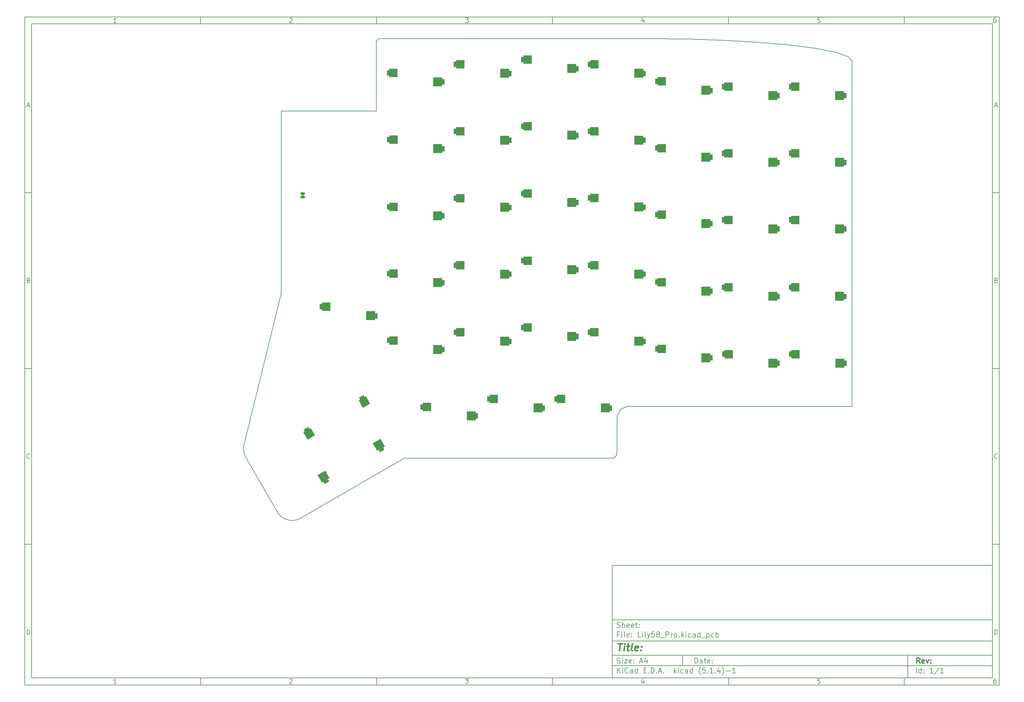
<source format=gtp>
G04 #@! TF.GenerationSoftware,KiCad,Pcbnew,(5.1.4)-1*
G04 #@! TF.CreationDate,2020-11-12T20:18:54+01:00*
G04 #@! TF.ProjectId,Lily58_Pro,4c696c79-3538-45f5-9072-6f2e6b696361,rev?*
G04 #@! TF.SameCoordinates,Original*
G04 #@! TF.FileFunction,Paste,Top*
G04 #@! TF.FilePolarity,Positive*
%FSLAX46Y46*%
G04 Gerber Fmt 4.6, Leading zero omitted, Abs format (unit mm)*
G04 Created by KiCad (PCBNEW (5.1.4)-1) date 2020-11-12 20:18:54*
%MOMM*%
%LPD*%
G04 APERTURE LIST*
%ADD10C,0.100000*%
%ADD11C,0.150000*%
%ADD12C,0.300000*%
%ADD13C,0.400000*%
%ADD14C,0.200000*%
%ADD15C,2.500000*%
%ADD16C,2.400000*%
%ADD17C,0.700000*%
%ADD18R,2.500000X2.500000*%
%ADD19R,2.400000X2.400000*%
%ADD20R,0.700000X1.500000*%
%ADD21R,0.381000X0.381000*%
%ADD22R,1.143000X0.635000*%
G04 APERTURE END LIST*
D10*
D11*
X177002200Y-166007200D02*
X177002200Y-198007200D01*
X285002200Y-198007200D01*
X285002200Y-166007200D01*
X177002200Y-166007200D01*
D10*
D11*
X10000000Y-10000000D02*
X10000000Y-200007200D01*
X287002200Y-200007200D01*
X287002200Y-10000000D01*
X10000000Y-10000000D01*
D10*
D11*
X12000000Y-12000000D02*
X12000000Y-198007200D01*
X285002200Y-198007200D01*
X285002200Y-12000000D01*
X12000000Y-12000000D01*
D10*
D11*
X60000000Y-12000000D02*
X60000000Y-10000000D01*
D10*
D11*
X110000000Y-12000000D02*
X110000000Y-10000000D01*
D10*
D11*
X160000000Y-12000000D02*
X160000000Y-10000000D01*
D10*
D11*
X210000000Y-12000000D02*
X210000000Y-10000000D01*
D10*
D11*
X260000000Y-12000000D02*
X260000000Y-10000000D01*
D10*
D11*
X36065476Y-11588095D02*
X35322619Y-11588095D01*
X35694047Y-11588095D02*
X35694047Y-10288095D01*
X35570238Y-10473809D01*
X35446428Y-10597619D01*
X35322619Y-10659523D01*
D10*
D11*
X85322619Y-10411904D02*
X85384523Y-10350000D01*
X85508333Y-10288095D01*
X85817857Y-10288095D01*
X85941666Y-10350000D01*
X86003571Y-10411904D01*
X86065476Y-10535714D01*
X86065476Y-10659523D01*
X86003571Y-10845238D01*
X85260714Y-11588095D01*
X86065476Y-11588095D01*
D10*
D11*
X135260714Y-10288095D02*
X136065476Y-10288095D01*
X135632142Y-10783333D01*
X135817857Y-10783333D01*
X135941666Y-10845238D01*
X136003571Y-10907142D01*
X136065476Y-11030952D01*
X136065476Y-11340476D01*
X136003571Y-11464285D01*
X135941666Y-11526190D01*
X135817857Y-11588095D01*
X135446428Y-11588095D01*
X135322619Y-11526190D01*
X135260714Y-11464285D01*
D10*
D11*
X185941666Y-10721428D02*
X185941666Y-11588095D01*
X185632142Y-10226190D02*
X185322619Y-11154761D01*
X186127380Y-11154761D01*
D10*
D11*
X236003571Y-10288095D02*
X235384523Y-10288095D01*
X235322619Y-10907142D01*
X235384523Y-10845238D01*
X235508333Y-10783333D01*
X235817857Y-10783333D01*
X235941666Y-10845238D01*
X236003571Y-10907142D01*
X236065476Y-11030952D01*
X236065476Y-11340476D01*
X236003571Y-11464285D01*
X235941666Y-11526190D01*
X235817857Y-11588095D01*
X235508333Y-11588095D01*
X235384523Y-11526190D01*
X235322619Y-11464285D01*
D10*
D11*
X285941666Y-10288095D02*
X285694047Y-10288095D01*
X285570238Y-10350000D01*
X285508333Y-10411904D01*
X285384523Y-10597619D01*
X285322619Y-10845238D01*
X285322619Y-11340476D01*
X285384523Y-11464285D01*
X285446428Y-11526190D01*
X285570238Y-11588095D01*
X285817857Y-11588095D01*
X285941666Y-11526190D01*
X286003571Y-11464285D01*
X286065476Y-11340476D01*
X286065476Y-11030952D01*
X286003571Y-10907142D01*
X285941666Y-10845238D01*
X285817857Y-10783333D01*
X285570238Y-10783333D01*
X285446428Y-10845238D01*
X285384523Y-10907142D01*
X285322619Y-11030952D01*
D10*
D11*
X60000000Y-198007200D02*
X60000000Y-200007200D01*
D10*
D11*
X110000000Y-198007200D02*
X110000000Y-200007200D01*
D10*
D11*
X160000000Y-198007200D02*
X160000000Y-200007200D01*
D10*
D11*
X210000000Y-198007200D02*
X210000000Y-200007200D01*
D10*
D11*
X260000000Y-198007200D02*
X260000000Y-200007200D01*
D10*
D11*
X36065476Y-199595295D02*
X35322619Y-199595295D01*
X35694047Y-199595295D02*
X35694047Y-198295295D01*
X35570238Y-198481009D01*
X35446428Y-198604819D01*
X35322619Y-198666723D01*
D10*
D11*
X85322619Y-198419104D02*
X85384523Y-198357200D01*
X85508333Y-198295295D01*
X85817857Y-198295295D01*
X85941666Y-198357200D01*
X86003571Y-198419104D01*
X86065476Y-198542914D01*
X86065476Y-198666723D01*
X86003571Y-198852438D01*
X85260714Y-199595295D01*
X86065476Y-199595295D01*
D10*
D11*
X135260714Y-198295295D02*
X136065476Y-198295295D01*
X135632142Y-198790533D01*
X135817857Y-198790533D01*
X135941666Y-198852438D01*
X136003571Y-198914342D01*
X136065476Y-199038152D01*
X136065476Y-199347676D01*
X136003571Y-199471485D01*
X135941666Y-199533390D01*
X135817857Y-199595295D01*
X135446428Y-199595295D01*
X135322619Y-199533390D01*
X135260714Y-199471485D01*
D10*
D11*
X185941666Y-198728628D02*
X185941666Y-199595295D01*
X185632142Y-198233390D02*
X185322619Y-199161961D01*
X186127380Y-199161961D01*
D10*
D11*
X236003571Y-198295295D02*
X235384523Y-198295295D01*
X235322619Y-198914342D01*
X235384523Y-198852438D01*
X235508333Y-198790533D01*
X235817857Y-198790533D01*
X235941666Y-198852438D01*
X236003571Y-198914342D01*
X236065476Y-199038152D01*
X236065476Y-199347676D01*
X236003571Y-199471485D01*
X235941666Y-199533390D01*
X235817857Y-199595295D01*
X235508333Y-199595295D01*
X235384523Y-199533390D01*
X235322619Y-199471485D01*
D10*
D11*
X285941666Y-198295295D02*
X285694047Y-198295295D01*
X285570238Y-198357200D01*
X285508333Y-198419104D01*
X285384523Y-198604819D01*
X285322619Y-198852438D01*
X285322619Y-199347676D01*
X285384523Y-199471485D01*
X285446428Y-199533390D01*
X285570238Y-199595295D01*
X285817857Y-199595295D01*
X285941666Y-199533390D01*
X286003571Y-199471485D01*
X286065476Y-199347676D01*
X286065476Y-199038152D01*
X286003571Y-198914342D01*
X285941666Y-198852438D01*
X285817857Y-198790533D01*
X285570238Y-198790533D01*
X285446428Y-198852438D01*
X285384523Y-198914342D01*
X285322619Y-199038152D01*
D10*
D11*
X10000000Y-60000000D02*
X12000000Y-60000000D01*
D10*
D11*
X10000000Y-110000000D02*
X12000000Y-110000000D01*
D10*
D11*
X10000000Y-160000000D02*
X12000000Y-160000000D01*
D10*
D11*
X10690476Y-35216666D02*
X11309523Y-35216666D01*
X10566666Y-35588095D02*
X11000000Y-34288095D01*
X11433333Y-35588095D01*
D10*
D11*
X11092857Y-84907142D02*
X11278571Y-84969047D01*
X11340476Y-85030952D01*
X11402380Y-85154761D01*
X11402380Y-85340476D01*
X11340476Y-85464285D01*
X11278571Y-85526190D01*
X11154761Y-85588095D01*
X10659523Y-85588095D01*
X10659523Y-84288095D01*
X11092857Y-84288095D01*
X11216666Y-84350000D01*
X11278571Y-84411904D01*
X11340476Y-84535714D01*
X11340476Y-84659523D01*
X11278571Y-84783333D01*
X11216666Y-84845238D01*
X11092857Y-84907142D01*
X10659523Y-84907142D01*
D10*
D11*
X11402380Y-135464285D02*
X11340476Y-135526190D01*
X11154761Y-135588095D01*
X11030952Y-135588095D01*
X10845238Y-135526190D01*
X10721428Y-135402380D01*
X10659523Y-135278571D01*
X10597619Y-135030952D01*
X10597619Y-134845238D01*
X10659523Y-134597619D01*
X10721428Y-134473809D01*
X10845238Y-134350000D01*
X11030952Y-134288095D01*
X11154761Y-134288095D01*
X11340476Y-134350000D01*
X11402380Y-134411904D01*
D10*
D11*
X10659523Y-185588095D02*
X10659523Y-184288095D01*
X10969047Y-184288095D01*
X11154761Y-184350000D01*
X11278571Y-184473809D01*
X11340476Y-184597619D01*
X11402380Y-184845238D01*
X11402380Y-185030952D01*
X11340476Y-185278571D01*
X11278571Y-185402380D01*
X11154761Y-185526190D01*
X10969047Y-185588095D01*
X10659523Y-185588095D01*
D10*
D11*
X287002200Y-60000000D02*
X285002200Y-60000000D01*
D10*
D11*
X287002200Y-110000000D02*
X285002200Y-110000000D01*
D10*
D11*
X287002200Y-160000000D02*
X285002200Y-160000000D01*
D10*
D11*
X285692676Y-35216666D02*
X286311723Y-35216666D01*
X285568866Y-35588095D02*
X286002200Y-34288095D01*
X286435533Y-35588095D01*
D10*
D11*
X286095057Y-84907142D02*
X286280771Y-84969047D01*
X286342676Y-85030952D01*
X286404580Y-85154761D01*
X286404580Y-85340476D01*
X286342676Y-85464285D01*
X286280771Y-85526190D01*
X286156961Y-85588095D01*
X285661723Y-85588095D01*
X285661723Y-84288095D01*
X286095057Y-84288095D01*
X286218866Y-84350000D01*
X286280771Y-84411904D01*
X286342676Y-84535714D01*
X286342676Y-84659523D01*
X286280771Y-84783333D01*
X286218866Y-84845238D01*
X286095057Y-84907142D01*
X285661723Y-84907142D01*
D10*
D11*
X286404580Y-135464285D02*
X286342676Y-135526190D01*
X286156961Y-135588095D01*
X286033152Y-135588095D01*
X285847438Y-135526190D01*
X285723628Y-135402380D01*
X285661723Y-135278571D01*
X285599819Y-135030952D01*
X285599819Y-134845238D01*
X285661723Y-134597619D01*
X285723628Y-134473809D01*
X285847438Y-134350000D01*
X286033152Y-134288095D01*
X286156961Y-134288095D01*
X286342676Y-134350000D01*
X286404580Y-134411904D01*
D10*
D11*
X285661723Y-185588095D02*
X285661723Y-184288095D01*
X285971247Y-184288095D01*
X286156961Y-184350000D01*
X286280771Y-184473809D01*
X286342676Y-184597619D01*
X286404580Y-184845238D01*
X286404580Y-185030952D01*
X286342676Y-185278571D01*
X286280771Y-185402380D01*
X286156961Y-185526190D01*
X285971247Y-185588095D01*
X285661723Y-185588095D01*
D10*
D11*
X200434342Y-193785771D02*
X200434342Y-192285771D01*
X200791485Y-192285771D01*
X201005771Y-192357200D01*
X201148628Y-192500057D01*
X201220057Y-192642914D01*
X201291485Y-192928628D01*
X201291485Y-193142914D01*
X201220057Y-193428628D01*
X201148628Y-193571485D01*
X201005771Y-193714342D01*
X200791485Y-193785771D01*
X200434342Y-193785771D01*
X202577200Y-193785771D02*
X202577200Y-193000057D01*
X202505771Y-192857200D01*
X202362914Y-192785771D01*
X202077200Y-192785771D01*
X201934342Y-192857200D01*
X202577200Y-193714342D02*
X202434342Y-193785771D01*
X202077200Y-193785771D01*
X201934342Y-193714342D01*
X201862914Y-193571485D01*
X201862914Y-193428628D01*
X201934342Y-193285771D01*
X202077200Y-193214342D01*
X202434342Y-193214342D01*
X202577200Y-193142914D01*
X203077200Y-192785771D02*
X203648628Y-192785771D01*
X203291485Y-192285771D02*
X203291485Y-193571485D01*
X203362914Y-193714342D01*
X203505771Y-193785771D01*
X203648628Y-193785771D01*
X204720057Y-193714342D02*
X204577200Y-193785771D01*
X204291485Y-193785771D01*
X204148628Y-193714342D01*
X204077200Y-193571485D01*
X204077200Y-193000057D01*
X204148628Y-192857200D01*
X204291485Y-192785771D01*
X204577200Y-192785771D01*
X204720057Y-192857200D01*
X204791485Y-193000057D01*
X204791485Y-193142914D01*
X204077200Y-193285771D01*
X205434342Y-193642914D02*
X205505771Y-193714342D01*
X205434342Y-193785771D01*
X205362914Y-193714342D01*
X205434342Y-193642914D01*
X205434342Y-193785771D01*
X205434342Y-192857200D02*
X205505771Y-192928628D01*
X205434342Y-193000057D01*
X205362914Y-192928628D01*
X205434342Y-192857200D01*
X205434342Y-193000057D01*
D10*
D11*
X177002200Y-194507200D02*
X285002200Y-194507200D01*
D10*
D11*
X178434342Y-196585771D02*
X178434342Y-195085771D01*
X179291485Y-196585771D02*
X178648628Y-195728628D01*
X179291485Y-195085771D02*
X178434342Y-195942914D01*
X179934342Y-196585771D02*
X179934342Y-195585771D01*
X179934342Y-195085771D02*
X179862914Y-195157200D01*
X179934342Y-195228628D01*
X180005771Y-195157200D01*
X179934342Y-195085771D01*
X179934342Y-195228628D01*
X181505771Y-196442914D02*
X181434342Y-196514342D01*
X181220057Y-196585771D01*
X181077200Y-196585771D01*
X180862914Y-196514342D01*
X180720057Y-196371485D01*
X180648628Y-196228628D01*
X180577200Y-195942914D01*
X180577200Y-195728628D01*
X180648628Y-195442914D01*
X180720057Y-195300057D01*
X180862914Y-195157200D01*
X181077200Y-195085771D01*
X181220057Y-195085771D01*
X181434342Y-195157200D01*
X181505771Y-195228628D01*
X182791485Y-196585771D02*
X182791485Y-195800057D01*
X182720057Y-195657200D01*
X182577200Y-195585771D01*
X182291485Y-195585771D01*
X182148628Y-195657200D01*
X182791485Y-196514342D02*
X182648628Y-196585771D01*
X182291485Y-196585771D01*
X182148628Y-196514342D01*
X182077200Y-196371485D01*
X182077200Y-196228628D01*
X182148628Y-196085771D01*
X182291485Y-196014342D01*
X182648628Y-196014342D01*
X182791485Y-195942914D01*
X184148628Y-196585771D02*
X184148628Y-195085771D01*
X184148628Y-196514342D02*
X184005771Y-196585771D01*
X183720057Y-196585771D01*
X183577200Y-196514342D01*
X183505771Y-196442914D01*
X183434342Y-196300057D01*
X183434342Y-195871485D01*
X183505771Y-195728628D01*
X183577200Y-195657200D01*
X183720057Y-195585771D01*
X184005771Y-195585771D01*
X184148628Y-195657200D01*
X186005771Y-195800057D02*
X186505771Y-195800057D01*
X186720057Y-196585771D02*
X186005771Y-196585771D01*
X186005771Y-195085771D01*
X186720057Y-195085771D01*
X187362914Y-196442914D02*
X187434342Y-196514342D01*
X187362914Y-196585771D01*
X187291485Y-196514342D01*
X187362914Y-196442914D01*
X187362914Y-196585771D01*
X188077200Y-196585771D02*
X188077200Y-195085771D01*
X188434342Y-195085771D01*
X188648628Y-195157200D01*
X188791485Y-195300057D01*
X188862914Y-195442914D01*
X188934342Y-195728628D01*
X188934342Y-195942914D01*
X188862914Y-196228628D01*
X188791485Y-196371485D01*
X188648628Y-196514342D01*
X188434342Y-196585771D01*
X188077200Y-196585771D01*
X189577200Y-196442914D02*
X189648628Y-196514342D01*
X189577200Y-196585771D01*
X189505771Y-196514342D01*
X189577200Y-196442914D01*
X189577200Y-196585771D01*
X190220057Y-196157200D02*
X190934342Y-196157200D01*
X190077200Y-196585771D02*
X190577200Y-195085771D01*
X191077200Y-196585771D01*
X191577200Y-196442914D02*
X191648628Y-196514342D01*
X191577200Y-196585771D01*
X191505771Y-196514342D01*
X191577200Y-196442914D01*
X191577200Y-196585771D01*
X194577200Y-196585771D02*
X194577200Y-195085771D01*
X194720057Y-196014342D02*
X195148628Y-196585771D01*
X195148628Y-195585771D02*
X194577200Y-196157200D01*
X195791485Y-196585771D02*
X195791485Y-195585771D01*
X195791485Y-195085771D02*
X195720057Y-195157200D01*
X195791485Y-195228628D01*
X195862914Y-195157200D01*
X195791485Y-195085771D01*
X195791485Y-195228628D01*
X197148628Y-196514342D02*
X197005771Y-196585771D01*
X196720057Y-196585771D01*
X196577200Y-196514342D01*
X196505771Y-196442914D01*
X196434342Y-196300057D01*
X196434342Y-195871485D01*
X196505771Y-195728628D01*
X196577200Y-195657200D01*
X196720057Y-195585771D01*
X197005771Y-195585771D01*
X197148628Y-195657200D01*
X198434342Y-196585771D02*
X198434342Y-195800057D01*
X198362914Y-195657200D01*
X198220057Y-195585771D01*
X197934342Y-195585771D01*
X197791485Y-195657200D01*
X198434342Y-196514342D02*
X198291485Y-196585771D01*
X197934342Y-196585771D01*
X197791485Y-196514342D01*
X197720057Y-196371485D01*
X197720057Y-196228628D01*
X197791485Y-196085771D01*
X197934342Y-196014342D01*
X198291485Y-196014342D01*
X198434342Y-195942914D01*
X199791485Y-196585771D02*
X199791485Y-195085771D01*
X199791485Y-196514342D02*
X199648628Y-196585771D01*
X199362914Y-196585771D01*
X199220057Y-196514342D01*
X199148628Y-196442914D01*
X199077200Y-196300057D01*
X199077200Y-195871485D01*
X199148628Y-195728628D01*
X199220057Y-195657200D01*
X199362914Y-195585771D01*
X199648628Y-195585771D01*
X199791485Y-195657200D01*
X202077200Y-197157200D02*
X202005771Y-197085771D01*
X201862914Y-196871485D01*
X201791485Y-196728628D01*
X201720057Y-196514342D01*
X201648628Y-196157200D01*
X201648628Y-195871485D01*
X201720057Y-195514342D01*
X201791485Y-195300057D01*
X201862914Y-195157200D01*
X202005771Y-194942914D01*
X202077200Y-194871485D01*
X203362914Y-195085771D02*
X202648628Y-195085771D01*
X202577200Y-195800057D01*
X202648628Y-195728628D01*
X202791485Y-195657200D01*
X203148628Y-195657200D01*
X203291485Y-195728628D01*
X203362914Y-195800057D01*
X203434342Y-195942914D01*
X203434342Y-196300057D01*
X203362914Y-196442914D01*
X203291485Y-196514342D01*
X203148628Y-196585771D01*
X202791485Y-196585771D01*
X202648628Y-196514342D01*
X202577200Y-196442914D01*
X204077200Y-196442914D02*
X204148628Y-196514342D01*
X204077200Y-196585771D01*
X204005771Y-196514342D01*
X204077200Y-196442914D01*
X204077200Y-196585771D01*
X205577200Y-196585771D02*
X204720057Y-196585771D01*
X205148628Y-196585771D02*
X205148628Y-195085771D01*
X205005771Y-195300057D01*
X204862914Y-195442914D01*
X204720057Y-195514342D01*
X206220057Y-196442914D02*
X206291485Y-196514342D01*
X206220057Y-196585771D01*
X206148628Y-196514342D01*
X206220057Y-196442914D01*
X206220057Y-196585771D01*
X207577200Y-195585771D02*
X207577200Y-196585771D01*
X207220057Y-195014342D02*
X206862914Y-196085771D01*
X207791485Y-196085771D01*
X208220057Y-197157200D02*
X208291485Y-197085771D01*
X208434342Y-196871485D01*
X208505771Y-196728628D01*
X208577200Y-196514342D01*
X208648628Y-196157200D01*
X208648628Y-195871485D01*
X208577200Y-195514342D01*
X208505771Y-195300057D01*
X208434342Y-195157200D01*
X208291485Y-194942914D01*
X208220057Y-194871485D01*
X209362914Y-196014342D02*
X210505771Y-196014342D01*
X212005771Y-196585771D02*
X211148628Y-196585771D01*
X211577200Y-196585771D02*
X211577200Y-195085771D01*
X211434342Y-195300057D01*
X211291485Y-195442914D01*
X211148628Y-195514342D01*
D10*
D11*
X177002200Y-191507200D02*
X285002200Y-191507200D01*
D10*
D12*
X264411485Y-193785771D02*
X263911485Y-193071485D01*
X263554342Y-193785771D02*
X263554342Y-192285771D01*
X264125771Y-192285771D01*
X264268628Y-192357200D01*
X264340057Y-192428628D01*
X264411485Y-192571485D01*
X264411485Y-192785771D01*
X264340057Y-192928628D01*
X264268628Y-193000057D01*
X264125771Y-193071485D01*
X263554342Y-193071485D01*
X265625771Y-193714342D02*
X265482914Y-193785771D01*
X265197200Y-193785771D01*
X265054342Y-193714342D01*
X264982914Y-193571485D01*
X264982914Y-193000057D01*
X265054342Y-192857200D01*
X265197200Y-192785771D01*
X265482914Y-192785771D01*
X265625771Y-192857200D01*
X265697200Y-193000057D01*
X265697200Y-193142914D01*
X264982914Y-193285771D01*
X266197200Y-192785771D02*
X266554342Y-193785771D01*
X266911485Y-192785771D01*
X267482914Y-193642914D02*
X267554342Y-193714342D01*
X267482914Y-193785771D01*
X267411485Y-193714342D01*
X267482914Y-193642914D01*
X267482914Y-193785771D01*
X267482914Y-192857200D02*
X267554342Y-192928628D01*
X267482914Y-193000057D01*
X267411485Y-192928628D01*
X267482914Y-192857200D01*
X267482914Y-193000057D01*
D10*
D11*
X178362914Y-193714342D02*
X178577200Y-193785771D01*
X178934342Y-193785771D01*
X179077200Y-193714342D01*
X179148628Y-193642914D01*
X179220057Y-193500057D01*
X179220057Y-193357200D01*
X179148628Y-193214342D01*
X179077200Y-193142914D01*
X178934342Y-193071485D01*
X178648628Y-193000057D01*
X178505771Y-192928628D01*
X178434342Y-192857200D01*
X178362914Y-192714342D01*
X178362914Y-192571485D01*
X178434342Y-192428628D01*
X178505771Y-192357200D01*
X178648628Y-192285771D01*
X179005771Y-192285771D01*
X179220057Y-192357200D01*
X179862914Y-193785771D02*
X179862914Y-192785771D01*
X179862914Y-192285771D02*
X179791485Y-192357200D01*
X179862914Y-192428628D01*
X179934342Y-192357200D01*
X179862914Y-192285771D01*
X179862914Y-192428628D01*
X180434342Y-192785771D02*
X181220057Y-192785771D01*
X180434342Y-193785771D01*
X181220057Y-193785771D01*
X182362914Y-193714342D02*
X182220057Y-193785771D01*
X181934342Y-193785771D01*
X181791485Y-193714342D01*
X181720057Y-193571485D01*
X181720057Y-193000057D01*
X181791485Y-192857200D01*
X181934342Y-192785771D01*
X182220057Y-192785771D01*
X182362914Y-192857200D01*
X182434342Y-193000057D01*
X182434342Y-193142914D01*
X181720057Y-193285771D01*
X183077200Y-193642914D02*
X183148628Y-193714342D01*
X183077200Y-193785771D01*
X183005771Y-193714342D01*
X183077200Y-193642914D01*
X183077200Y-193785771D01*
X183077200Y-192857200D02*
X183148628Y-192928628D01*
X183077200Y-193000057D01*
X183005771Y-192928628D01*
X183077200Y-192857200D01*
X183077200Y-193000057D01*
X184862914Y-193357200D02*
X185577200Y-193357200D01*
X184720057Y-193785771D02*
X185220057Y-192285771D01*
X185720057Y-193785771D01*
X186862914Y-192785771D02*
X186862914Y-193785771D01*
X186505771Y-192214342D02*
X186148628Y-193285771D01*
X187077200Y-193285771D01*
D10*
D11*
X263434342Y-196585771D02*
X263434342Y-195085771D01*
X264791485Y-196585771D02*
X264791485Y-195085771D01*
X264791485Y-196514342D02*
X264648628Y-196585771D01*
X264362914Y-196585771D01*
X264220057Y-196514342D01*
X264148628Y-196442914D01*
X264077200Y-196300057D01*
X264077200Y-195871485D01*
X264148628Y-195728628D01*
X264220057Y-195657200D01*
X264362914Y-195585771D01*
X264648628Y-195585771D01*
X264791485Y-195657200D01*
X265505771Y-196442914D02*
X265577200Y-196514342D01*
X265505771Y-196585771D01*
X265434342Y-196514342D01*
X265505771Y-196442914D01*
X265505771Y-196585771D01*
X265505771Y-195657200D02*
X265577200Y-195728628D01*
X265505771Y-195800057D01*
X265434342Y-195728628D01*
X265505771Y-195657200D01*
X265505771Y-195800057D01*
X268148628Y-196585771D02*
X267291485Y-196585771D01*
X267720057Y-196585771D02*
X267720057Y-195085771D01*
X267577200Y-195300057D01*
X267434342Y-195442914D01*
X267291485Y-195514342D01*
X269862914Y-195014342D02*
X268577200Y-196942914D01*
X271148628Y-196585771D02*
X270291485Y-196585771D01*
X270720057Y-196585771D02*
X270720057Y-195085771D01*
X270577200Y-195300057D01*
X270434342Y-195442914D01*
X270291485Y-195514342D01*
D10*
D11*
X177002200Y-187507200D02*
X285002200Y-187507200D01*
D10*
D13*
X178714580Y-188211961D02*
X179857438Y-188211961D01*
X179036009Y-190211961D02*
X179286009Y-188211961D01*
X180274104Y-190211961D02*
X180440771Y-188878628D01*
X180524104Y-188211961D02*
X180416961Y-188307200D01*
X180500295Y-188402438D01*
X180607438Y-188307200D01*
X180524104Y-188211961D01*
X180500295Y-188402438D01*
X181107438Y-188878628D02*
X181869342Y-188878628D01*
X181476485Y-188211961D02*
X181262200Y-189926247D01*
X181333628Y-190116723D01*
X181512200Y-190211961D01*
X181702676Y-190211961D01*
X182655057Y-190211961D02*
X182476485Y-190116723D01*
X182405057Y-189926247D01*
X182619342Y-188211961D01*
X184190771Y-190116723D02*
X183988390Y-190211961D01*
X183607438Y-190211961D01*
X183428866Y-190116723D01*
X183357438Y-189926247D01*
X183452676Y-189164342D01*
X183571723Y-188973866D01*
X183774104Y-188878628D01*
X184155057Y-188878628D01*
X184333628Y-188973866D01*
X184405057Y-189164342D01*
X184381247Y-189354819D01*
X183405057Y-189545295D01*
X185155057Y-190021485D02*
X185238390Y-190116723D01*
X185131247Y-190211961D01*
X185047914Y-190116723D01*
X185155057Y-190021485D01*
X185131247Y-190211961D01*
X185286009Y-188973866D02*
X185369342Y-189069104D01*
X185262200Y-189164342D01*
X185178866Y-189069104D01*
X185286009Y-188973866D01*
X185262200Y-189164342D01*
D10*
D11*
X178934342Y-185600057D02*
X178434342Y-185600057D01*
X178434342Y-186385771D02*
X178434342Y-184885771D01*
X179148628Y-184885771D01*
X179720057Y-186385771D02*
X179720057Y-185385771D01*
X179720057Y-184885771D02*
X179648628Y-184957200D01*
X179720057Y-185028628D01*
X179791485Y-184957200D01*
X179720057Y-184885771D01*
X179720057Y-185028628D01*
X180648628Y-186385771D02*
X180505771Y-186314342D01*
X180434342Y-186171485D01*
X180434342Y-184885771D01*
X181791485Y-186314342D02*
X181648628Y-186385771D01*
X181362914Y-186385771D01*
X181220057Y-186314342D01*
X181148628Y-186171485D01*
X181148628Y-185600057D01*
X181220057Y-185457200D01*
X181362914Y-185385771D01*
X181648628Y-185385771D01*
X181791485Y-185457200D01*
X181862914Y-185600057D01*
X181862914Y-185742914D01*
X181148628Y-185885771D01*
X182505771Y-186242914D02*
X182577200Y-186314342D01*
X182505771Y-186385771D01*
X182434342Y-186314342D01*
X182505771Y-186242914D01*
X182505771Y-186385771D01*
X182505771Y-185457200D02*
X182577200Y-185528628D01*
X182505771Y-185600057D01*
X182434342Y-185528628D01*
X182505771Y-185457200D01*
X182505771Y-185600057D01*
X185077200Y-186385771D02*
X184362914Y-186385771D01*
X184362914Y-184885771D01*
X185577200Y-186385771D02*
X185577200Y-185385771D01*
X185577200Y-184885771D02*
X185505771Y-184957200D01*
X185577200Y-185028628D01*
X185648628Y-184957200D01*
X185577200Y-184885771D01*
X185577200Y-185028628D01*
X186505771Y-186385771D02*
X186362914Y-186314342D01*
X186291485Y-186171485D01*
X186291485Y-184885771D01*
X186934342Y-185385771D02*
X187291485Y-186385771D01*
X187648628Y-185385771D02*
X187291485Y-186385771D01*
X187148628Y-186742914D01*
X187077200Y-186814342D01*
X186934342Y-186885771D01*
X188934342Y-184885771D02*
X188220057Y-184885771D01*
X188148628Y-185600057D01*
X188220057Y-185528628D01*
X188362914Y-185457200D01*
X188720057Y-185457200D01*
X188862914Y-185528628D01*
X188934342Y-185600057D01*
X189005771Y-185742914D01*
X189005771Y-186100057D01*
X188934342Y-186242914D01*
X188862914Y-186314342D01*
X188720057Y-186385771D01*
X188362914Y-186385771D01*
X188220057Y-186314342D01*
X188148628Y-186242914D01*
X189862914Y-185528628D02*
X189720057Y-185457200D01*
X189648628Y-185385771D01*
X189577200Y-185242914D01*
X189577200Y-185171485D01*
X189648628Y-185028628D01*
X189720057Y-184957200D01*
X189862914Y-184885771D01*
X190148628Y-184885771D01*
X190291485Y-184957200D01*
X190362914Y-185028628D01*
X190434342Y-185171485D01*
X190434342Y-185242914D01*
X190362914Y-185385771D01*
X190291485Y-185457200D01*
X190148628Y-185528628D01*
X189862914Y-185528628D01*
X189720057Y-185600057D01*
X189648628Y-185671485D01*
X189577200Y-185814342D01*
X189577200Y-186100057D01*
X189648628Y-186242914D01*
X189720057Y-186314342D01*
X189862914Y-186385771D01*
X190148628Y-186385771D01*
X190291485Y-186314342D01*
X190362914Y-186242914D01*
X190434342Y-186100057D01*
X190434342Y-185814342D01*
X190362914Y-185671485D01*
X190291485Y-185600057D01*
X190148628Y-185528628D01*
X190720057Y-186528628D02*
X191862914Y-186528628D01*
X192220057Y-186385771D02*
X192220057Y-184885771D01*
X192791485Y-184885771D01*
X192934342Y-184957200D01*
X193005771Y-185028628D01*
X193077200Y-185171485D01*
X193077200Y-185385771D01*
X193005771Y-185528628D01*
X192934342Y-185600057D01*
X192791485Y-185671485D01*
X192220057Y-185671485D01*
X193720057Y-186385771D02*
X193720057Y-185385771D01*
X193720057Y-185671485D02*
X193791485Y-185528628D01*
X193862914Y-185457200D01*
X194005771Y-185385771D01*
X194148628Y-185385771D01*
X194862914Y-186385771D02*
X194720057Y-186314342D01*
X194648628Y-186242914D01*
X194577200Y-186100057D01*
X194577200Y-185671485D01*
X194648628Y-185528628D01*
X194720057Y-185457200D01*
X194862914Y-185385771D01*
X195077200Y-185385771D01*
X195220057Y-185457200D01*
X195291485Y-185528628D01*
X195362914Y-185671485D01*
X195362914Y-186100057D01*
X195291485Y-186242914D01*
X195220057Y-186314342D01*
X195077200Y-186385771D01*
X194862914Y-186385771D01*
X196005771Y-186242914D02*
X196077200Y-186314342D01*
X196005771Y-186385771D01*
X195934342Y-186314342D01*
X196005771Y-186242914D01*
X196005771Y-186385771D01*
X196720057Y-186385771D02*
X196720057Y-184885771D01*
X196862914Y-185814342D02*
X197291485Y-186385771D01*
X197291485Y-185385771D02*
X196720057Y-185957200D01*
X197934342Y-186385771D02*
X197934342Y-185385771D01*
X197934342Y-184885771D02*
X197862914Y-184957200D01*
X197934342Y-185028628D01*
X198005771Y-184957200D01*
X197934342Y-184885771D01*
X197934342Y-185028628D01*
X199291485Y-186314342D02*
X199148628Y-186385771D01*
X198862914Y-186385771D01*
X198720057Y-186314342D01*
X198648628Y-186242914D01*
X198577200Y-186100057D01*
X198577200Y-185671485D01*
X198648628Y-185528628D01*
X198720057Y-185457200D01*
X198862914Y-185385771D01*
X199148628Y-185385771D01*
X199291485Y-185457200D01*
X200577200Y-186385771D02*
X200577200Y-185600057D01*
X200505771Y-185457200D01*
X200362914Y-185385771D01*
X200077200Y-185385771D01*
X199934342Y-185457200D01*
X200577200Y-186314342D02*
X200434342Y-186385771D01*
X200077200Y-186385771D01*
X199934342Y-186314342D01*
X199862914Y-186171485D01*
X199862914Y-186028628D01*
X199934342Y-185885771D01*
X200077200Y-185814342D01*
X200434342Y-185814342D01*
X200577200Y-185742914D01*
X201934342Y-186385771D02*
X201934342Y-184885771D01*
X201934342Y-186314342D02*
X201791485Y-186385771D01*
X201505771Y-186385771D01*
X201362914Y-186314342D01*
X201291485Y-186242914D01*
X201220057Y-186100057D01*
X201220057Y-185671485D01*
X201291485Y-185528628D01*
X201362914Y-185457200D01*
X201505771Y-185385771D01*
X201791485Y-185385771D01*
X201934342Y-185457200D01*
X202291485Y-186528628D02*
X203434342Y-186528628D01*
X203791485Y-185385771D02*
X203791485Y-186885771D01*
X203791485Y-185457200D02*
X203934342Y-185385771D01*
X204220057Y-185385771D01*
X204362914Y-185457200D01*
X204434342Y-185528628D01*
X204505771Y-185671485D01*
X204505771Y-186100057D01*
X204434342Y-186242914D01*
X204362914Y-186314342D01*
X204220057Y-186385771D01*
X203934342Y-186385771D01*
X203791485Y-186314342D01*
X205791485Y-186314342D02*
X205648628Y-186385771D01*
X205362914Y-186385771D01*
X205220057Y-186314342D01*
X205148628Y-186242914D01*
X205077200Y-186100057D01*
X205077200Y-185671485D01*
X205148628Y-185528628D01*
X205220057Y-185457200D01*
X205362914Y-185385771D01*
X205648628Y-185385771D01*
X205791485Y-185457200D01*
X206434342Y-186385771D02*
X206434342Y-184885771D01*
X206434342Y-185457200D02*
X206577200Y-185385771D01*
X206862914Y-185385771D01*
X207005771Y-185457200D01*
X207077200Y-185528628D01*
X207148628Y-185671485D01*
X207148628Y-186100057D01*
X207077200Y-186242914D01*
X207005771Y-186314342D01*
X206862914Y-186385771D01*
X206577200Y-186385771D01*
X206434342Y-186314342D01*
D10*
D11*
X177002200Y-181507200D02*
X285002200Y-181507200D01*
D10*
D11*
X178362914Y-183614342D02*
X178577200Y-183685771D01*
X178934342Y-183685771D01*
X179077200Y-183614342D01*
X179148628Y-183542914D01*
X179220057Y-183400057D01*
X179220057Y-183257200D01*
X179148628Y-183114342D01*
X179077200Y-183042914D01*
X178934342Y-182971485D01*
X178648628Y-182900057D01*
X178505771Y-182828628D01*
X178434342Y-182757200D01*
X178362914Y-182614342D01*
X178362914Y-182471485D01*
X178434342Y-182328628D01*
X178505771Y-182257200D01*
X178648628Y-182185771D01*
X179005771Y-182185771D01*
X179220057Y-182257200D01*
X179862914Y-183685771D02*
X179862914Y-182185771D01*
X180505771Y-183685771D02*
X180505771Y-182900057D01*
X180434342Y-182757200D01*
X180291485Y-182685771D01*
X180077200Y-182685771D01*
X179934342Y-182757200D01*
X179862914Y-182828628D01*
X181791485Y-183614342D02*
X181648628Y-183685771D01*
X181362914Y-183685771D01*
X181220057Y-183614342D01*
X181148628Y-183471485D01*
X181148628Y-182900057D01*
X181220057Y-182757200D01*
X181362914Y-182685771D01*
X181648628Y-182685771D01*
X181791485Y-182757200D01*
X181862914Y-182900057D01*
X181862914Y-183042914D01*
X181148628Y-183185771D01*
X183077200Y-183614342D02*
X182934342Y-183685771D01*
X182648628Y-183685771D01*
X182505771Y-183614342D01*
X182434342Y-183471485D01*
X182434342Y-182900057D01*
X182505771Y-182757200D01*
X182648628Y-182685771D01*
X182934342Y-182685771D01*
X183077200Y-182757200D01*
X183148628Y-182900057D01*
X183148628Y-183042914D01*
X182434342Y-183185771D01*
X183577200Y-182685771D02*
X184148628Y-182685771D01*
X183791485Y-182185771D02*
X183791485Y-183471485D01*
X183862914Y-183614342D01*
X184005771Y-183685771D01*
X184148628Y-183685771D01*
X184648628Y-183542914D02*
X184720057Y-183614342D01*
X184648628Y-183685771D01*
X184577200Y-183614342D01*
X184648628Y-183542914D01*
X184648628Y-183685771D01*
X184648628Y-182757200D02*
X184720057Y-182828628D01*
X184648628Y-182900057D01*
X184577200Y-182828628D01*
X184648628Y-182757200D01*
X184648628Y-182900057D01*
D10*
D11*
X197002200Y-191507200D02*
X197002200Y-194507200D01*
D10*
D11*
X261002200Y-191507200D02*
X261002200Y-198007200D01*
X72674503Y-134960305D02*
G75*
G02X72175000Y-132325000I4376397J2194505D01*
G01*
X88345583Y-152620389D02*
G75*
G02X81699101Y-150634699I-2328483J4322489D01*
G01*
X72674503Y-134960305D02*
X81699101Y-150634699D01*
X104456758Y-143271756D02*
X88345583Y-152620389D01*
X245120000Y-120789735D02*
X245120000Y-22546755D01*
X223959999Y-120789735D02*
X245120000Y-120789735D01*
X109898210Y-36780000D02*
X109898210Y-17246762D01*
X82940000Y-36780000D02*
X109898210Y-36780000D01*
X82937528Y-38136762D02*
X82940000Y-36780000D01*
D14*
X240549319Y-20073847D02*
X235185697Y-18995159D01*
X235185697Y-18995159D02*
X228080758Y-18055561D01*
X116186619Y-136480784D02*
X117862313Y-135510645D01*
X114510925Y-137450923D02*
X116186619Y-136480784D01*
X82937528Y-50750629D02*
X82937528Y-44443695D01*
X82937528Y-57057562D02*
X82937528Y-50750629D01*
X142171711Y-16196762D02*
X131763877Y-16196762D01*
X218692418Y-120789735D02*
X223959999Y-120789735D01*
X213424836Y-120789735D02*
X218692418Y-120789735D01*
X208157255Y-120789735D02*
X213424836Y-120789735D01*
X202889673Y-120789735D02*
X208157255Y-120789735D01*
X197622092Y-120789735D02*
X202889673Y-120789735D01*
X192354511Y-120789735D02*
X197622092Y-120789735D01*
X187086929Y-120789735D02*
X192354511Y-120789735D01*
X181819348Y-120789735D02*
X187086929Y-120789735D01*
X181113524Y-120860778D02*
X181819348Y-120789735D01*
X180456326Y-121064561D02*
X181113524Y-120860778D01*
X179861773Y-121387065D02*
X180456326Y-121064561D01*
X179343884Y-121814271D02*
X179861773Y-121387065D01*
X178916678Y-122332160D02*
X179343884Y-121814271D01*
X178594174Y-122926713D02*
X178916678Y-122332160D01*
X178390391Y-123583911D02*
X178594174Y-122926713D01*
X178319348Y-124289735D02*
X178390391Y-123583911D01*
X219467654Y-17280488D02*
X209579538Y-16695374D01*
X228080758Y-18055561D02*
X219467654Y-17280488D01*
X198649563Y-16325654D02*
X186910881Y-16196762D01*
X209579538Y-16695374D02*
X198649563Y-16325654D01*
X177658308Y-135255660D02*
X177403500Y-135393876D01*
X177880261Y-135072571D02*
X177658308Y-135255660D01*
X178063349Y-134850619D02*
X177880261Y-135072571D01*
X178201565Y-134595810D02*
X178063349Y-134850619D01*
X178288901Y-134314154D02*
X178201565Y-134595810D01*
X178319348Y-134034052D02*
X178288901Y-134314154D01*
X82937528Y-69671429D02*
X82937528Y-63364495D01*
X82937528Y-75978362D02*
X82937528Y-69671429D01*
X82937528Y-82285296D02*
X82937528Y-75978362D01*
X82937528Y-88592229D02*
X82937528Y-82285296D01*
X131763877Y-16196762D02*
X121356044Y-16196762D01*
X152579545Y-16196762D02*
X142171711Y-16196762D01*
X162987379Y-16196762D02*
X152579545Y-16196762D01*
X173395213Y-16196762D02*
X162987379Y-16196762D01*
X186910881Y-16196762D02*
X173395213Y-16196762D01*
X110360937Y-16375961D02*
X110539303Y-16279210D01*
X110205570Y-16504123D02*
X110360937Y-16375961D01*
X110077409Y-16659489D02*
X110205570Y-16504123D01*
X109980657Y-16837855D02*
X110077409Y-16659489D01*
X109919523Y-17035015D02*
X109980657Y-16837855D01*
X109898210Y-17246762D02*
X109919523Y-17035015D01*
X110736462Y-16218075D02*
X110948210Y-16196762D01*
X110539303Y-16279210D02*
X110736462Y-16218075D01*
X121356044Y-16196762D02*
X110948210Y-16196762D01*
X82937528Y-63364495D02*
X82937528Y-57057562D01*
X82937528Y-44443695D02*
X82937528Y-38136762D01*
X82937777Y-88592317D02*
X72175000Y-132325000D01*
X112835230Y-138421062D02*
X114510925Y-137450923D01*
X111159536Y-139391201D02*
X112835230Y-138421062D01*
X109483841Y-140361340D02*
X111159536Y-139391201D01*
X107808147Y-141331479D02*
X109483841Y-140361340D01*
X106132452Y-142301617D02*
X107808147Y-141331479D01*
X104456758Y-143271756D02*
X106132452Y-142301617D01*
X169449826Y-135511658D02*
X176819348Y-135511658D01*
X162080304Y-135511658D02*
X169449826Y-135511658D01*
X154710782Y-135511658D02*
X162080304Y-135511658D01*
X147341260Y-135511658D02*
X154710782Y-135511658D01*
X139971738Y-135511658D02*
X147341260Y-135511658D01*
X132602217Y-135511658D02*
X139971738Y-135511658D01*
X125232695Y-135511658D02*
X132602217Y-135511658D01*
X117863173Y-135511658D02*
X125232695Y-135511658D01*
X178319348Y-132816013D02*
X178319348Y-134034052D01*
X178319348Y-131597973D02*
X178319348Y-132816013D01*
X178319348Y-130379933D02*
X178319348Y-131597973D01*
X178319348Y-129161894D02*
X178319348Y-130379933D01*
X178319348Y-127943854D02*
X178319348Y-129161894D01*
X178319348Y-126725814D02*
X178319348Y-127943854D01*
X178319348Y-125507775D02*
X178319348Y-126725814D01*
X178319348Y-124289735D02*
X178319348Y-125507775D01*
X177121844Y-135481211D02*
X176819348Y-135511658D01*
X177403500Y-135393876D02*
X177121844Y-135481211D01*
X243938471Y-21266190D02*
X240549319Y-20073847D01*
X245120000Y-22546755D02*
X243938471Y-21266190D01*
D15*
X94956105Y-140747975D03*
D10*
G36*
X96663637Y-141205507D02*
G01*
X94498573Y-142455507D01*
X93248573Y-140290443D01*
X95413637Y-139040443D01*
X96663637Y-141205507D01*
X96663637Y-141205507D01*
G37*
D16*
X90855809Y-128566055D03*
D10*
G36*
X92495039Y-129005285D02*
G01*
X90416579Y-130205285D01*
X89216579Y-128126825D01*
X91295039Y-126926825D01*
X92495039Y-129005285D01*
X92495039Y-129005285D01*
G37*
D17*
X95721464Y-142153616D03*
D10*
G36*
X94896945Y-142225507D02*
G01*
X96195983Y-141475507D01*
X96545983Y-142081725D01*
X95246945Y-142831725D01*
X94896945Y-142225507D01*
X94896945Y-142225507D01*
G37*
D17*
X90123130Y-127257017D03*
D10*
G36*
X89298611Y-127328908D02*
G01*
X90597649Y-126578908D01*
X90947649Y-127185126D01*
X89648611Y-127935126D01*
X89298611Y-127328908D01*
X89298611Y-127328908D01*
G37*
D18*
X241600000Y-32359999D03*
D19*
X229000000Y-29820000D03*
D20*
X243200000Y-32400000D03*
X227500000Y-29800000D03*
D18*
X241650000Y-108459999D03*
D19*
X229050000Y-105920000D03*
D20*
X243250000Y-108500000D03*
X227550000Y-105900000D03*
D18*
X241600000Y-89459999D03*
D19*
X229000000Y-86920000D03*
D20*
X243200000Y-89500000D03*
X227500000Y-86900000D03*
D18*
X241600000Y-70259999D03*
D19*
X229000000Y-67720000D03*
D20*
X243200000Y-70300000D03*
X227500000Y-67700000D03*
D18*
X241600000Y-51359999D03*
D19*
X229000000Y-48820000D03*
D20*
X243200000Y-51400000D03*
X227500000Y-48800000D03*
D18*
X222600000Y-51359999D03*
D19*
X210000000Y-48820000D03*
D20*
X224200000Y-51400000D03*
X208500000Y-48800000D03*
D18*
X222600000Y-32359999D03*
D19*
X210000000Y-29820000D03*
D20*
X224200000Y-32400000D03*
X208500000Y-29800000D03*
D18*
X203600000Y-30859999D03*
D19*
X191000000Y-28320000D03*
D20*
X205200000Y-30900000D03*
X189500000Y-28300000D03*
D18*
X184500000Y-26059999D03*
D19*
X171900000Y-23520000D03*
D20*
X186100000Y-26100000D03*
X170400000Y-23500000D03*
D18*
X165500000Y-24669999D03*
D19*
X152900000Y-22130000D03*
D20*
X167100000Y-24710000D03*
X151400000Y-22110000D03*
D18*
X146400000Y-26059999D03*
D19*
X133800000Y-23520000D03*
D20*
X148000000Y-26100000D03*
X132300000Y-23500000D03*
D18*
X127390000Y-28459999D03*
D19*
X114790000Y-25920000D03*
D20*
X128990000Y-28500000D03*
X113290000Y-25900000D03*
D18*
X203600000Y-68759999D03*
D19*
X191000000Y-66220000D03*
D20*
X205200000Y-68800000D03*
X189500000Y-66200000D03*
D18*
X155900000Y-121209999D03*
D19*
X143300000Y-118670000D03*
D20*
X157500000Y-121250000D03*
X141800000Y-118650000D03*
D18*
X203600000Y-87959999D03*
D19*
X191000000Y-85420000D03*
D20*
X205200000Y-88000000D03*
X189500000Y-85400000D03*
D18*
X203600000Y-49859999D03*
D19*
X191000000Y-47320000D03*
D20*
X205200000Y-49900000D03*
X189500000Y-47300000D03*
D18*
X184500000Y-45059999D03*
D19*
X171900000Y-42520000D03*
D20*
X186100000Y-45100000D03*
X170400000Y-42500000D03*
D18*
X146400000Y-45059999D03*
D19*
X133800000Y-42520000D03*
D20*
X148000000Y-45100000D03*
X132300000Y-42500000D03*
D15*
X110649705Y-131705575D03*
D10*
G36*
X112357237Y-132163107D02*
G01*
X110192173Y-133413107D01*
X108942173Y-131248043D01*
X111107237Y-129998043D01*
X112357237Y-132163107D01*
X112357237Y-132163107D01*
G37*
D16*
X106549409Y-119523655D03*
D10*
G36*
X108188639Y-119962885D02*
G01*
X106110179Y-121162885D01*
X104910179Y-119084425D01*
X106988639Y-117884425D01*
X108188639Y-119962885D01*
X108188639Y-119962885D01*
G37*
D17*
X111415064Y-133111216D03*
D10*
G36*
X110590545Y-133183107D02*
G01*
X111889583Y-132433107D01*
X112239583Y-133039325D01*
X110940545Y-133789325D01*
X110590545Y-133183107D01*
X110590545Y-133183107D01*
G37*
D17*
X105816730Y-118214617D03*
D10*
G36*
X104992211Y-118286508D02*
G01*
X106291249Y-117536508D01*
X106641249Y-118142726D01*
X105342211Y-118892726D01*
X104992211Y-118286508D01*
X104992211Y-118286508D01*
G37*
D18*
X175000000Y-121209999D03*
D19*
X162400000Y-118670000D03*
D20*
X176600000Y-121250000D03*
X160900000Y-118650000D03*
D18*
X136900000Y-123459999D03*
D19*
X124300000Y-120920000D03*
D20*
X138500000Y-123500000D03*
X122800000Y-120900000D03*
D18*
X108300000Y-94959999D03*
D19*
X95700000Y-92420000D03*
D20*
X109900000Y-95000000D03*
X94200000Y-92400000D03*
D18*
X222650000Y-108459999D03*
D19*
X210050000Y-105920000D03*
D20*
X224250000Y-108500000D03*
X208550000Y-105900000D03*
D18*
X203600000Y-106959999D03*
D19*
X191000000Y-104420000D03*
D20*
X205200000Y-107000000D03*
X189500000Y-104400000D03*
D18*
X184500000Y-102259999D03*
D19*
X171900000Y-99720000D03*
D20*
X186100000Y-102300000D03*
X170400000Y-99700000D03*
D18*
X165500000Y-100859999D03*
D19*
X152900000Y-98320000D03*
D20*
X167100000Y-100900000D03*
X151400000Y-98300000D03*
D18*
X146400000Y-102259999D03*
D19*
X133800000Y-99720000D03*
D20*
X148000000Y-102300000D03*
X132300000Y-99700000D03*
D18*
X127400000Y-104559999D03*
D19*
X114800000Y-102020000D03*
D20*
X129000000Y-104600000D03*
X113300000Y-102000000D03*
D18*
X222600000Y-89459999D03*
D19*
X210000000Y-86920000D03*
D20*
X224200000Y-89500000D03*
X208500000Y-86900000D03*
D18*
X184500000Y-83159999D03*
D19*
X171900000Y-80620000D03*
D20*
X186100000Y-83200000D03*
X170400000Y-80600000D03*
D18*
X165500000Y-81859999D03*
D19*
X152900000Y-79320000D03*
D20*
X167100000Y-81900000D03*
X151400000Y-79300000D03*
D18*
X146400000Y-83159999D03*
D19*
X133800000Y-80620000D03*
D20*
X148000000Y-83200000D03*
X132300000Y-80600000D03*
D18*
X127400000Y-85559999D03*
D19*
X114800000Y-83020000D03*
D20*
X129000000Y-85600000D03*
X113300000Y-83000000D03*
D18*
X222600000Y-70259999D03*
D19*
X210000000Y-67720000D03*
D20*
X224200000Y-70300000D03*
X208500000Y-67700000D03*
D18*
X184500000Y-64059999D03*
D19*
X171900000Y-61520000D03*
D20*
X186100000Y-64100000D03*
X170400000Y-61500000D03*
D18*
X165500000Y-62759999D03*
D19*
X152900000Y-60220000D03*
D20*
X167100000Y-62800000D03*
X151400000Y-60200000D03*
D18*
X146400000Y-64159999D03*
D19*
X133800000Y-61620000D03*
D20*
X148000000Y-64200000D03*
X132300000Y-61600000D03*
D18*
X127400000Y-66559999D03*
D19*
X114800000Y-64020000D03*
D20*
X129000000Y-66600000D03*
X113300000Y-64000000D03*
D18*
X165500000Y-43669999D03*
D19*
X152900000Y-41130000D03*
D20*
X167100000Y-43710000D03*
X151400000Y-41110000D03*
D18*
X127400000Y-47459999D03*
D19*
X114800000Y-44920000D03*
D20*
X129000000Y-47500000D03*
X113300000Y-44900000D03*
D21*
X89000000Y-60700000D03*
D22*
X89000000Y-60199620D03*
X89000000Y-61200380D03*
M02*

</source>
